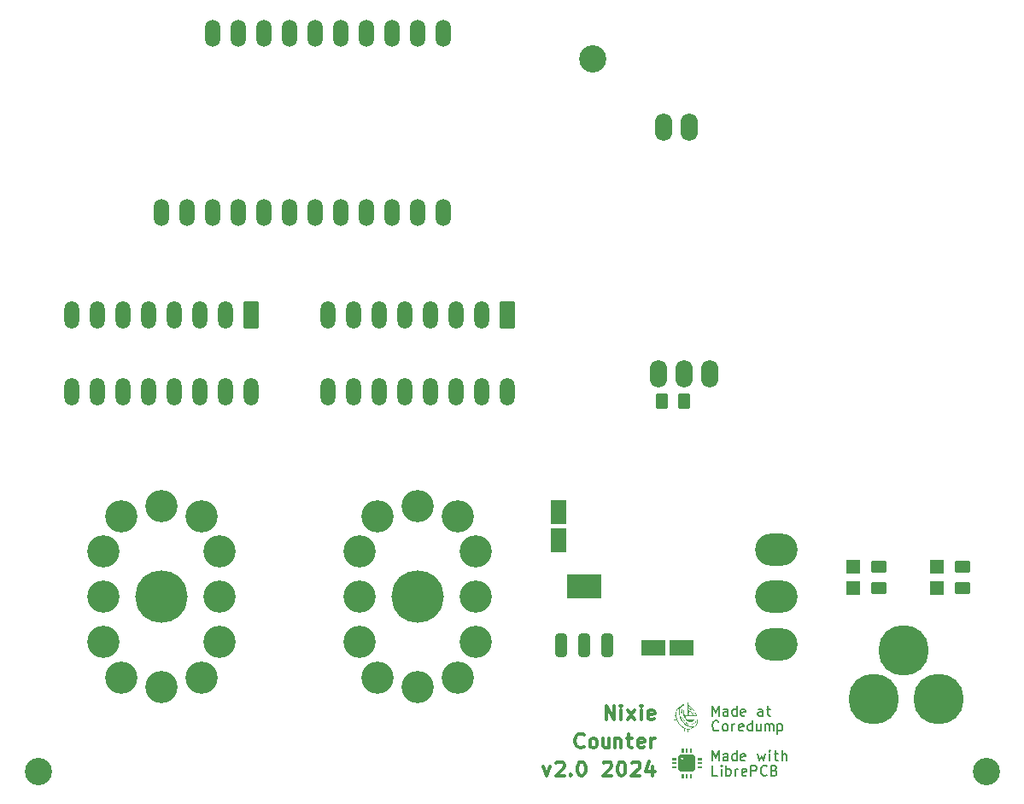
<source format=gbr>
G04 --- HEADER BEGIN --- *
G04 #@! TF.GenerationSoftware,LibrePCB,LibrePCB,1.1.0*
G04 #@! TF.CreationDate,2024-11-03T19:05:04*
G04 #@! TF.ProjectId,Nixie Counter,cfaec193-39cb-4766-881d-db9368be8cff,v2.0*
G04 #@! TF.Part,Single*
G04 #@! TF.SameCoordinates*
G04 #@! TF.FileFunction,Soldermask,Top*
G04 #@! TF.FilePolarity,Negative*
%FSLAX66Y66*%
%MOMM*%
G01*
G75*
G04 --- HEADER END --- *
G04 --- APERTURE LIST BEGIN --- *
%ADD10C,3.2*%
%ADD11C,5.2*%
%AMROUNDEDRECT12*20,1,1.15,-0.65,0.0,0.65,0.0,0.0*20,1,0.95,-0.75,0.0,0.75,0.0,0.0*1,1,0.2,-0.65,0.475*1,1,0.2,0.65,0.475*1,1,0.2,0.65,-0.475*1,1,0.2,-0.65,-0.475*%
%ADD12ROUNDEDRECT12*%
%AMROUNDEDRECT13*20,1,1.15,-0.65,0.0,0.65,0.0,90.0*20,1,0.95,-0.75,0.0,0.75,0.0,90.0*1,1,0.2,-0.475,-0.65*1,1,0.2,-0.475,0.65*1,1,0.2,0.475,0.65*1,1,0.2,0.475,-0.65*%
%ADD13ROUNDEDRECT13*%
%AMROUNDEDRECT14*20,1,2.35,-1.625,0.0,1.625,0.0,0.0*20,1,2.15,-1.725,0.0,1.725,0.0,0.0*1,1,0.2,-1.625,1.075*1,1,0.2,1.625,1.075*1,1,0.2,1.625,-1.075*1,1,0.2,-1.625,-1.075*%
%ADD14ROUNDEDRECT14*%
%AMROUNDEDRECT15*20,1,1.15,-0.8375,0.0,0.8375,0.0,90.0*20,1,0.475,-1.175,0.0,1.175,0.0,90.0*1,1,0.675,-0.2375,-0.8375*1,1,0.675,-0.2375,0.8375*1,1,0.675,0.2375,0.8375*1,1,0.675,0.2375,-0.8375*%
%ADD15ROUNDEDRECT15*%
%ADD16O,1.47X2.74*%
%AMROUNDEDRECT17*20,1,1.47,-1.27,0.0,1.27,0.0,90.0*20,1,1.27,-1.37,0.0,1.37,0.0,90.0*1,1,0.2,-0.635,-1.27*1,1,0.2,-0.635,1.27*1,1,0.2,0.635,1.27*1,1,0.2,0.635,-1.27*%
%ADD17ROUNDEDRECT17*%
%ADD18C,0.01*%
%ADD19C,0.2*%
%AMROUNDEDRECT20*20,1,1.4,-0.6,0.0,0.6,0.0,0.0*20,1,1.2,-0.7,0.0,0.7,0.0,0.0*1,1,0.2,-0.6,0.6*1,1,0.2,0.6,0.6*1,1,0.2,0.6,-0.6*1,1,0.2,-0.6,-0.6*%
%ADD20ROUNDEDRECT20*%
%ADD21O,4.2X3.2*%
%ADD22O,1.5X2.7*%
%ADD23O,1.7X2.74*%
%AMROUNDEDRECT24*20,1,1.55,-1.1,0.0,1.1,0.0,0.0*20,1,1.35,-1.2,0.0,1.2,0.0,0.0*1,1,0.2,-1.1,0.675*1,1,0.2,1.1,0.675*1,1,0.2,1.1,-0.675*1,1,0.2,-1.1,-0.675*%
%ADD24ROUNDEDRECT24*%
%AMROUNDEDRECT25*20,1,1.55,-1.1,0.0,1.1,0.0,90.0*20,1,1.35,-1.2,0.0,1.2,0.0,90.0*1,1,0.2,-0.675,-1.1*1,1,0.2,-0.675,1.1*1,1,0.2,0.675,1.1*1,1,0.2,0.675,-1.1*%
%ADD25ROUNDEDRECT25*%
%ADD26C,5.0*%
%ADD27C,0.3*%
%ADD28C,2.7*%
G04 --- APERTURE LIST END --- *
G04 --- BOARD BEGIN --- *
D10*
G04 #@! TO.C,DS1*
X19240000Y28320000D03*
X20990000Y20320000D03*
X19240000Y12320000D03*
X15240000Y29320000D03*
X20990000Y24820000D03*
X11240000Y28320000D03*
X9490000Y15820000D03*
X9490000Y20320000D03*
X11240000Y12320000D03*
X9490000Y24820000D03*
X15240000Y11320000D03*
X20990000Y15820000D03*
D11*
G04 #@! TD*
X15240000Y20320000D03*
D12*
G04 #@! TO.C,R2*
X94615000Y21150000D03*
X94615000Y23300000D03*
D13*
G04 #@! TO.C,R3*
X64886456Y39688000D03*
X67036456Y39688000D03*
D14*
G04 #@! TO.C,U2*
X57150720Y21315360D03*
D15*
X54850720Y15515360D03*
X57150720Y15515360D03*
X59450720Y15515360D03*
D16*
G04 #@! TO.C,U4*
X36830000Y48259984D03*
X49530000Y40639984D03*
X34290000Y40639984D03*
D17*
X49530000Y48259984D03*
D16*
X34290000Y48259984D03*
X44450000Y48259984D03*
X46990000Y48259984D03*
X44450000Y40639984D03*
X31750000Y48259984D03*
X41910000Y40639984D03*
X46990000Y40639984D03*
X39370000Y48259984D03*
X39370000Y40639984D03*
X41910000Y48259984D03*
X36830000Y40639984D03*
X31750000Y40639984D03*
D18*
G04 #@! TO.C,L1*
G36*
X66875000Y8395000D02*
X66865000Y8375000D01*
X66905000Y8275000D01*
X66985000Y8135000D01*
X67095000Y7985000D01*
X67215000Y7865000D01*
X67285000Y7785000D01*
X67285000Y7765000D01*
X67265000Y7765000D01*
X67235000Y7755000D01*
X67235000Y7735000D01*
X67335000Y7675000D01*
X67435000Y7635000D01*
X67475000Y7635000D01*
X67465000Y7675000D01*
X67405000Y7765000D01*
X67345000Y7835000D01*
X67305000Y7855000D01*
X67245000Y7885000D01*
X67155000Y7985000D01*
X66975000Y8245000D01*
X66875000Y8395000D01*
X66875000Y8395000D01*
G37*
G36*
X67745000Y7285000D02*
X67635000Y7235000D01*
X67495000Y7215000D01*
X67285000Y7235000D01*
X67155000Y7285000D01*
X67095000Y7315000D01*
X67005000Y7375000D01*
X66925000Y7415000D01*
X66915000Y7435000D01*
X66895000Y7445000D01*
X66825000Y7495000D01*
X66785000Y7565000D01*
X66775000Y7565000D01*
X66715000Y7605000D01*
X66695000Y7625000D01*
X66705000Y7625000D01*
X66705000Y7645000D01*
X66645000Y7715000D01*
X66555000Y7815000D01*
X66545000Y7835000D01*
X66575000Y7825000D01*
X66575000Y7835000D01*
X66535000Y7875000D01*
X66475000Y7975000D01*
X66445000Y8025000D01*
X66425000Y8065000D01*
X66405000Y8115000D01*
X66385000Y8155000D01*
X66385000Y8195000D01*
X66355000Y8245000D01*
X66305000Y8475000D01*
X66295000Y8735000D01*
X66325000Y8955000D01*
X66345000Y9005000D01*
X66375000Y9065000D01*
X66405000Y9125000D01*
X66475000Y9225000D01*
X66525000Y9275000D01*
X66565000Y9285000D01*
X66585000Y9285000D01*
X66625000Y9325000D01*
X66665000Y9345000D01*
X66645000Y9295000D01*
X66575000Y9145000D01*
X66555000Y8905000D01*
X66575000Y8635000D01*
X66585000Y8515000D01*
X66565000Y8465000D01*
X66585000Y8475000D01*
X66605000Y8485000D01*
X66615000Y8475000D01*
X66615000Y8435000D01*
X66635000Y8395000D01*
X66665000Y8335000D01*
X66705000Y8225000D01*
X66735000Y8145000D01*
X66785000Y8085000D01*
X66845000Y8005000D01*
X67055000Y7725000D01*
X67245000Y7575000D01*
X67415000Y7465000D01*
X67515000Y7425000D01*
X67635000Y7375000D01*
X67765000Y7355000D01*
X67855000Y7345000D01*
X67745000Y7285000D01*
X67785000Y7245000D01*
X67935000Y7325000D01*
X68145000Y7475000D01*
X68285000Y7625000D01*
X68365000Y7785000D01*
X68405000Y7985000D01*
X68415000Y8095000D01*
X68645000Y8135000D01*
X68635000Y8155000D01*
X68615000Y8165000D01*
X68565000Y8165000D01*
X68325000Y8145000D01*
X67345000Y8145000D01*
X67295000Y8195000D01*
X67215000Y8315000D01*
X67195000Y8385000D01*
X67205000Y8435000D01*
X67635000Y8475000D01*
X67665000Y8485000D01*
X67665000Y8495000D01*
X67675000Y8505000D01*
X67715000Y8505000D01*
X67775000Y8505000D01*
X67765000Y8535000D01*
X67615000Y8555000D01*
X67595000Y8575000D01*
X67555000Y8635000D01*
X67515000Y8695000D01*
X67515000Y8735000D01*
X67535000Y8825000D01*
X67555000Y8895000D01*
X67555000Y8945000D01*
X67575000Y8975000D01*
X67625000Y8965000D01*
X67725000Y8885000D01*
X67835000Y8745000D01*
X67865000Y8675000D01*
X67915000Y8585000D01*
X67925000Y8555000D01*
X67905000Y8545000D01*
X67765000Y8535000D01*
X67775000Y8505000D01*
X68135000Y8485000D01*
X68135000Y8515000D01*
X68005000Y8545000D01*
X67925000Y8695000D01*
X67855000Y8825000D01*
X67775000Y8915000D01*
X67665000Y9015000D01*
X67555000Y9085000D01*
X67445000Y9135000D01*
X67445000Y9305000D01*
X67445000Y9485000D01*
X67495000Y9465000D01*
X67605000Y9415000D01*
X67735000Y9325000D01*
X67985000Y9065000D01*
X68165000Y8785000D01*
X68265000Y8555000D01*
X68235000Y8525000D01*
X68135000Y8515000D01*
X68135000Y8485000D01*
X68365000Y8475000D01*
X68345000Y8515000D01*
X68255000Y8705000D01*
X68095000Y8995000D01*
X67965000Y9165000D01*
X67805000Y9325000D01*
X67635000Y9455000D01*
X67495000Y9535000D01*
X67445000Y9555000D01*
X67455000Y9705000D01*
X67435000Y9845000D01*
X67395000Y9855000D01*
X67395000Y8565000D01*
X67335000Y8535000D01*
X67235000Y8525000D01*
X67115000Y8555000D01*
X67085000Y8685000D01*
X67085000Y9015000D01*
X67085000Y9245000D01*
X67025000Y9245000D01*
X66995000Y8835000D01*
X66985000Y8725000D01*
X66995000Y8615000D01*
X67075000Y8375000D01*
X67205000Y8145000D01*
X67385000Y7975000D01*
X67545000Y7895000D01*
X67685000Y7865000D01*
X67825000Y7895000D01*
X67925000Y7965000D01*
X68055000Y8095000D01*
X68185000Y8105000D01*
X68285000Y8105000D01*
X68335000Y8085000D01*
X68355000Y8035000D01*
X68345000Y7945000D01*
X68305000Y7765000D01*
X68205000Y7605000D01*
X68065000Y7485000D01*
X67875000Y7425000D01*
X67675000Y7435000D01*
X67465000Y7505000D01*
X67265000Y7635000D01*
X67075000Y7815000D01*
X66905000Y8025000D01*
X66765000Y8275000D01*
X66665000Y8555000D01*
X66635000Y8735000D01*
X66635000Y8935000D01*
X66655000Y9125000D01*
X66705000Y9285000D01*
X66785000Y9405000D01*
X66895000Y9505000D01*
X66975000Y9555000D01*
X67015000Y9555000D01*
X67025000Y9505000D01*
X67025000Y9245000D01*
X67085000Y9245000D01*
X67075000Y9735000D01*
X67075000Y9905000D01*
X67055000Y9955000D01*
X67035000Y9785000D01*
X67025000Y9655000D01*
X66975000Y9615000D01*
X66665000Y9435000D01*
X66405000Y9245000D01*
X66325000Y9125000D01*
X66265000Y8985000D01*
X66235000Y8825000D01*
X66215000Y8645000D01*
X66215000Y8515000D01*
X66035000Y8475000D01*
X66035000Y8445000D01*
X66235000Y8445000D01*
X66295000Y8175000D01*
X66135000Y8135000D01*
X66035000Y8095000D01*
X66065000Y8085000D01*
X66125000Y8085000D01*
X66345000Y8095000D01*
X66375000Y8015000D01*
X66475000Y7835000D01*
X66625000Y7635000D01*
X66795000Y7445000D01*
X66945000Y7325000D01*
X67035000Y7265000D01*
X67025000Y6995000D01*
X67045000Y6765000D01*
X67085000Y6805000D01*
X67095000Y7005000D01*
X67105000Y7115000D01*
X67115000Y7195000D01*
X67135000Y7215000D01*
X67285000Y7175000D01*
X67405000Y7135000D01*
X67405000Y6985000D01*
X67395000Y6845000D01*
X67445000Y6865000D01*
X67445000Y7005000D01*
X67445000Y7025000D01*
X67455000Y7095000D01*
X67455000Y7045000D01*
X67445000Y7005000D01*
X67455000Y7075000D01*
X67475000Y7135000D01*
X67525000Y7145000D01*
X67695000Y7185000D01*
X67785000Y7245000D01*
X67745000Y7285000D01*
G37*
G36*
X68245000Y8045000D02*
X68055000Y7855000D01*
X68085000Y7855000D01*
X68105000Y7855000D01*
X68115000Y7845000D01*
X68065000Y7785000D01*
X67935000Y7715000D01*
X67775000Y7685000D01*
X67685000Y7665000D01*
X67715000Y7645000D01*
X67805000Y7645000D01*
X67975000Y7675000D01*
X68105000Y7765000D01*
X68185000Y7815000D01*
X68205000Y7835000D01*
X68225000Y7925000D01*
X68245000Y8045000D01*
X68245000Y8045000D01*
G37*
G36*
X66915000Y9255000D02*
X66885000Y9245000D01*
X66835000Y9145000D01*
X66805000Y9005000D01*
X66795000Y8975000D01*
X66765000Y8955000D01*
X66735000Y8935000D01*
X66735000Y8915000D01*
X66755000Y8805000D01*
X66775000Y8715000D01*
X66815000Y8705000D01*
X66845000Y8765000D01*
X66885000Y8925000D01*
X66875000Y8955000D01*
X66855000Y8965000D01*
X66845000Y9015000D01*
X66885000Y9155000D01*
X66915000Y9225000D01*
X66915000Y9255000D01*
X66915000Y9255000D01*
G37*
G36*
X67515000Y9305000D02*
X67585000Y9195000D01*
X67685000Y9095000D01*
X67695000Y9115000D01*
X67705000Y9135000D01*
X67765000Y9095000D01*
X67855000Y9005000D01*
X68005000Y8805000D01*
X68065000Y8715000D01*
X68085000Y8705000D01*
X68095000Y8725000D01*
X67995000Y8885000D01*
X67825000Y9095000D01*
X67745000Y9195000D01*
X67765000Y9215000D01*
X67645000Y9275000D01*
X67515000Y9305000D01*
X67515000Y9305000D01*
G37*
D19*
X69850000Y8495000D02*
X69850000Y9495000D01*
X70183333Y8780556D01*
X70516667Y9495000D01*
X70516667Y8495000D01*
X71393334Y8495000D02*
X71393334Y9018333D01*
X71345556Y9113889D01*
X71250000Y9161667D01*
X71060000Y9161667D01*
X70964445Y9113889D01*
X71393334Y8542778D02*
X71297778Y8495000D01*
X71060000Y8495000D01*
X70964445Y8542778D01*
X70916667Y8638333D01*
X70916667Y8732778D01*
X70964445Y8828333D01*
X71060000Y8876111D01*
X71297778Y8876111D01*
X71393334Y8923889D01*
X72270001Y8495000D02*
X72270001Y9495000D01*
X72270001Y8542778D02*
X72174445Y8495000D01*
X71983334Y8495000D01*
X71888890Y8542778D01*
X71841112Y8590556D01*
X71793334Y8685000D01*
X71793334Y8971667D01*
X71841112Y9066111D01*
X71888890Y9113889D01*
X71983334Y9161667D01*
X72174445Y9161667D01*
X72270001Y9113889D01*
X73098890Y8542778D02*
X73003334Y8495000D01*
X72813334Y8495000D01*
X72717779Y8542778D01*
X72670001Y8638333D01*
X72670001Y9018333D01*
X72717779Y9113889D01*
X72813334Y9161667D01*
X73003334Y9161667D01*
X73098890Y9113889D01*
X73146668Y9018333D01*
X73146668Y8923889D01*
X72670001Y8828333D01*
X74823334Y8495000D02*
X74823334Y9018333D01*
X74775556Y9113889D01*
X74680000Y9161667D01*
X74490000Y9161667D01*
X74394445Y9113889D01*
X74823334Y8542778D02*
X74727778Y8495000D01*
X74490000Y8495000D01*
X74394445Y8542778D01*
X74346667Y8638333D01*
X74346667Y8732778D01*
X74394445Y8828333D01*
X74490000Y8876111D01*
X74727778Y8876111D01*
X74823334Y8923889D01*
X75223334Y9161667D02*
X75604445Y9161667D01*
X75366667Y9495000D02*
X75366667Y8638333D01*
X75413334Y8542778D01*
X75508890Y8495000D01*
X75604445Y8495000D01*
X70468889Y7110556D02*
X70421111Y7062778D01*
X70278889Y7015000D01*
X70183333Y7015000D01*
X70040000Y7062778D01*
X69945556Y7158333D01*
X69897778Y7252778D01*
X69850000Y7443889D01*
X69850000Y7586111D01*
X69897778Y7777222D01*
X69945556Y7871667D01*
X70040000Y7967222D01*
X70183333Y8015000D01*
X70278889Y8015000D01*
X70421111Y7967222D01*
X70468889Y7919444D01*
X71058889Y7015000D02*
X70964445Y7062778D01*
X70916667Y7110556D01*
X70868889Y7205000D01*
X70868889Y7491667D01*
X70916667Y7586111D01*
X70964445Y7633889D01*
X71058889Y7681667D01*
X71202222Y7681667D01*
X71297778Y7633889D01*
X71345556Y7586111D01*
X71392222Y7491667D01*
X71392222Y7205000D01*
X71345556Y7110556D01*
X71297778Y7062778D01*
X71202222Y7015000D01*
X71058889Y7015000D01*
X71792222Y7015000D02*
X71792222Y7681667D01*
X71792222Y7491667D02*
X71840000Y7586111D01*
X71887778Y7633889D01*
X71982222Y7681667D01*
X72077778Y7681667D01*
X72906667Y7062778D02*
X72811111Y7015000D01*
X72621111Y7015000D01*
X72525556Y7062778D01*
X72477778Y7158333D01*
X72477778Y7538333D01*
X72525556Y7633889D01*
X72621111Y7681667D01*
X72811111Y7681667D01*
X72906667Y7633889D01*
X72954445Y7538333D01*
X72954445Y7443889D01*
X72477778Y7348333D01*
X73831112Y7015000D02*
X73831112Y8015000D01*
X73831112Y7062778D02*
X73735556Y7015000D01*
X73544445Y7015000D01*
X73450001Y7062778D01*
X73402223Y7110556D01*
X73354445Y7205000D01*
X73354445Y7491667D01*
X73402223Y7586111D01*
X73450001Y7633889D01*
X73544445Y7681667D01*
X73735556Y7681667D01*
X73831112Y7633889D01*
X74660001Y7681667D02*
X74660001Y7015000D01*
X74231112Y7681667D02*
X74231112Y7158333D01*
X74278890Y7062778D01*
X74374445Y7015000D01*
X74516668Y7015000D01*
X74612223Y7062778D01*
X74660001Y7110556D01*
X75060001Y7015000D02*
X75060001Y7681667D01*
X75060001Y7586111D02*
X75107779Y7633889D01*
X75203334Y7681667D01*
X75345557Y7681667D01*
X75441112Y7633889D01*
X75488890Y7538333D01*
X75488890Y7015000D01*
X75488890Y7538333D02*
X75536668Y7633889D01*
X75631112Y7681667D01*
X75774445Y7681667D01*
X75870001Y7633889D01*
X75916668Y7538333D01*
X75916668Y7015000D01*
X76316668Y7681667D02*
X76316668Y6681667D01*
X76316668Y7633889D02*
X76412224Y7681667D01*
X76602224Y7681667D01*
X76697779Y7633889D01*
X76745557Y7586111D01*
X76793335Y7491667D01*
X76793335Y7205000D01*
X76745557Y7110556D01*
X76697779Y7062778D01*
X76602224Y7015000D01*
X76412224Y7015000D01*
X76316668Y7062778D01*
D20*
G04 #@! TO.C,LED2*
X92075000Y23275000D03*
X92075000Y21175000D03*
D12*
G04 #@! TO.C,R1*
X86360000Y21150000D03*
X86360000Y23300000D03*
D10*
G04 #@! TO.C,DS2*
X44640000Y28320000D03*
X46390000Y20320000D03*
X44640000Y12320000D03*
X40640000Y29320000D03*
X46390000Y24820000D03*
X36640000Y28320000D03*
X34890000Y15820000D03*
X34890000Y20320000D03*
X36640000Y12320000D03*
X34890000Y24820000D03*
X40640000Y11320000D03*
X46390000Y15820000D03*
D11*
G04 #@! TD*
X40640000Y20320000D03*
D16*
G04 #@! TO.C,U3*
X11430000Y48259984D03*
X24130000Y40639984D03*
X8890000Y40639984D03*
D17*
X24130000Y48259984D03*
D16*
X8890000Y48259984D03*
X19050000Y48259984D03*
X21590000Y48259984D03*
X19050000Y40639984D03*
X6350000Y48259984D03*
X16510000Y40639984D03*
X21590000Y40639984D03*
X13970000Y48259984D03*
X13970000Y40639984D03*
X16510000Y48259984D03*
X11430000Y40639984D03*
X6350000Y40639984D03*
D18*
G04 #@! TO.C,LOGO1*
G36*
X68370000Y3510000D02*
X68790000Y3510000D01*
X68790000Y3310000D01*
X68370000Y3310000D01*
X68370000Y3510000D01*
G37*
G36*
X67210000Y4870000D02*
X67410000Y4870000D01*
X67410000Y5290000D01*
X67210000Y5290000D01*
X67210000Y4870000D01*
G37*
G36*
X66810000Y4870000D02*
X67010000Y4870000D01*
X67010000Y5290000D01*
X66810000Y5290000D01*
X66810000Y4870000D01*
G37*
G36*
X66250000Y4310000D02*
X65830000Y4310000D01*
X65830000Y4110000D01*
X66250000Y4110000D01*
X66250000Y4310000D01*
G37*
G36*
X67210000Y2750000D02*
X67410000Y2750000D01*
X67410000Y2330000D01*
X67210000Y2330000D01*
X67210000Y2750000D01*
G37*
G36*
X66675000Y4657000D02*
X67945000Y4657000D01*
G02*
X68157000Y4445000I0J-212000D01*
G01*
X68157000Y3175000D01*
G02*
X67945000Y2963000I-212000J0D01*
G01*
X66675000Y2963000D01*
G02*
X66463000Y3175000I0J212000D01*
G01*
X66463000Y4275000D01*
X66678000Y4275000D01*
G03*
X66845000Y4108000I167000J0D01*
G01*
G03*
X67012000Y4275000I0J167000D01*
G01*
G03*
X66845000Y4442000I-167000J0D01*
G01*
G03*
X66678000Y4275000I0J-167000D01*
G01*
X66463000Y4275000D01*
X66463000Y4445000D01*
G02*
X66675000Y4657000I212000J0D01*
G01*
G37*
G36*
X68370000Y4310000D02*
X68790000Y4310000D01*
X68790000Y4110000D01*
X68370000Y4110000D01*
X68370000Y4310000D01*
G37*
G36*
X67610000Y4870000D02*
X67810000Y4870000D01*
X67810000Y5290000D01*
X67610000Y5290000D01*
X67610000Y4870000D01*
G37*
G36*
X66250000Y3910000D02*
X65830000Y3910000D01*
X65830000Y3710000D01*
X66250000Y3710000D01*
X66250000Y3910000D01*
G37*
G36*
X66810000Y2750000D02*
X67010000Y2750000D01*
X67010000Y2330000D01*
X66810000Y2330000D01*
X66810000Y2750000D01*
G37*
G36*
X66250000Y3510000D02*
X65830000Y3510000D01*
X65830000Y3310000D01*
X66250000Y3310000D01*
X66250000Y3510000D01*
G37*
G36*
X67610000Y2750000D02*
X67810000Y2750000D01*
X67810000Y2330000D01*
X67610000Y2330000D01*
X67610000Y2750000D01*
G37*
G36*
X68370000Y3910000D02*
X68790000Y3910000D01*
X68790000Y3710000D01*
X68370000Y3710000D01*
X68370000Y3910000D01*
G37*
D19*
X69850000Y4050000D02*
X69850000Y5050000D01*
X70183333Y4335556D01*
X70516667Y5050000D01*
X70516667Y4050000D01*
X71393334Y4050000D02*
X71393334Y4573333D01*
X71345556Y4668889D01*
X71250000Y4716667D01*
X71060000Y4716667D01*
X70964445Y4668889D01*
X71393334Y4097778D02*
X71297778Y4050000D01*
X71060000Y4050000D01*
X70964445Y4097778D01*
X70916667Y4193333D01*
X70916667Y4287778D01*
X70964445Y4383333D01*
X71060000Y4431111D01*
X71297778Y4431111D01*
X71393334Y4478889D01*
X72270001Y4050000D02*
X72270001Y5050000D01*
X72270001Y4097778D02*
X72174445Y4050000D01*
X71983334Y4050000D01*
X71888890Y4097778D01*
X71841112Y4145556D01*
X71793334Y4240000D01*
X71793334Y4526667D01*
X71841112Y4621111D01*
X71888890Y4668889D01*
X71983334Y4716667D01*
X72174445Y4716667D01*
X72270001Y4668889D01*
X73098890Y4097778D02*
X73003334Y4050000D01*
X72813334Y4050000D01*
X72717779Y4097778D01*
X72670001Y4193333D01*
X72670001Y4573333D01*
X72717779Y4668889D01*
X72813334Y4716667D01*
X73003334Y4716667D01*
X73098890Y4668889D01*
X73146668Y4573333D01*
X73146668Y4478889D01*
X72670001Y4383333D01*
X74346667Y4716667D02*
X74536667Y4050000D01*
X74727778Y4526667D01*
X74917778Y4050000D01*
X75108889Y4716667D01*
X75556667Y4050000D02*
X75556667Y4716667D01*
X75556667Y5050000D02*
X75508889Y5002222D01*
X75556667Y4954444D01*
X75604445Y5002222D01*
X75556667Y5050000D01*
X75556667Y4954444D01*
X76004445Y4716667D02*
X76385556Y4716667D01*
X76147778Y5050000D02*
X76147778Y4193333D01*
X76194445Y4097778D01*
X76290001Y4050000D01*
X76385556Y4050000D01*
X76785556Y4050000D02*
X76785556Y5050000D01*
X77214445Y4050000D02*
X77214445Y4573333D01*
X77166667Y4668889D01*
X77071112Y4716667D01*
X76928889Y4716667D01*
X76833334Y4668889D01*
X76785556Y4621111D01*
X70326667Y2570000D02*
X69850000Y2570000D01*
X69850000Y3570000D01*
X70774445Y2570000D02*
X70774445Y3236667D01*
X70774445Y3570000D02*
X70726667Y3522222D01*
X70774445Y3474444D01*
X70822223Y3522222D01*
X70774445Y3570000D01*
X70774445Y3474444D01*
X71222223Y2570000D02*
X71222223Y3570000D01*
X71222223Y3188889D02*
X71317779Y3236667D01*
X71507779Y3236667D01*
X71603334Y3188889D01*
X71651112Y3141111D01*
X71698890Y3046667D01*
X71698890Y2760000D01*
X71651112Y2665556D01*
X71603334Y2617778D01*
X71507779Y2570000D01*
X71317779Y2570000D01*
X71222223Y2617778D01*
X72098890Y2570000D02*
X72098890Y3236667D01*
X72098890Y3046667D02*
X72146668Y3141111D01*
X72194446Y3188889D01*
X72288890Y3236667D01*
X72384446Y3236667D01*
X73213335Y2617778D02*
X73117779Y2570000D01*
X72927779Y2570000D01*
X72832224Y2617778D01*
X72784446Y2713333D01*
X72784446Y3093333D01*
X72832224Y3188889D01*
X72927779Y3236667D01*
X73117779Y3236667D01*
X73213335Y3188889D01*
X73261113Y3093333D01*
X73261113Y2998889D01*
X72784446Y2903333D01*
X73661113Y2570000D02*
X73661113Y3570000D01*
X74042224Y3570000D01*
X74137780Y3522222D01*
X74184446Y3474444D01*
X74232224Y3380000D01*
X74232224Y3236667D01*
X74184446Y3141111D01*
X74137780Y3093333D01*
X74042224Y3046667D01*
X73661113Y3046667D01*
X75251113Y2665556D02*
X75203335Y2617778D01*
X75061113Y2570000D01*
X74965557Y2570000D01*
X74822224Y2617778D01*
X74727780Y2713333D01*
X74680002Y2807778D01*
X74632224Y2998889D01*
X74632224Y3141111D01*
X74680002Y3332222D01*
X74727780Y3426667D01*
X74822224Y3522222D01*
X74965557Y3570000D01*
X75061113Y3570000D01*
X75203335Y3522222D01*
X75251113Y3474444D01*
X75984446Y3093333D02*
X76127780Y3046667D01*
X76174446Y2998889D01*
X76222224Y2903333D01*
X76222224Y2760000D01*
X76174446Y2665556D01*
X76127780Y2617778D01*
X76032224Y2570000D01*
X75651113Y2570000D01*
X75651113Y3570000D01*
X75984446Y3570000D01*
X76080002Y3522222D01*
X76127780Y3474444D01*
X76174446Y3380000D01*
X76174446Y3284444D01*
X76127780Y3188889D01*
X76080002Y3141111D01*
X75984446Y3093333D01*
X75651113Y3093333D01*
D21*
G04 #@! TO.C,S1*
X76199936Y15620000D03*
X76199936Y25020000D03*
X76199936Y20320000D03*
D22*
G04 #@! TO.C,U5*
X35560000Y58460000D03*
X20320000Y76240000D03*
X43180000Y76240000D03*
X38100000Y58460000D03*
X30480000Y76240000D03*
X40640000Y58460000D03*
X30480000Y58460000D03*
X43180000Y58460000D03*
X35560000Y76240000D03*
X33020000Y76240000D03*
X25400000Y58460000D03*
X27940000Y58460000D03*
X38100000Y76240000D03*
X22860000Y58460000D03*
X22860000Y76240000D03*
X40640000Y76240000D03*
X25400000Y76240000D03*
X33020000Y58460000D03*
X20320000Y58460000D03*
X17780000Y58460000D03*
X27940000Y76240000D03*
X15240000Y58460000D03*
D23*
G04 #@! TO.C,U1*
X67030992Y42428192D03*
X69570992Y42428192D03*
X65040992Y66928192D03*
X67580992Y66928192D03*
X64490992Y42428192D03*
D20*
G04 #@! TO.C,LED1*
X83820000Y23275000D03*
X83820000Y21175000D03*
D24*
G04 #@! TO.C,C4*
X63995000Y15240000D03*
X66815000Y15240000D03*
D25*
G04 #@! TO.C,C2*
X54610688Y25895448D03*
X54610688Y28715448D03*
D26*
G04 #@! TO.C,J1*
X92311168Y10160064D03*
X88811168Y14960064D03*
X85811168Y10160064D03*
D27*
G04 #@! TD*
X59347888Y8117774D02*
X59347888Y9517774D01*
X60147444Y8117774D01*
X60147444Y9517774D01*
X60794333Y8117774D02*
X60794333Y9051107D01*
X60794333Y9517774D02*
X60727444Y9450885D01*
X60794333Y9383996D01*
X60861222Y9450885D01*
X60794333Y9517774D01*
X60794333Y9383996D01*
X61441222Y8117774D02*
X62173889Y9051107D01*
X61441222Y9051107D02*
X62173889Y8117774D01*
X62820778Y8117774D02*
X62820778Y9051107D01*
X62820778Y9517774D02*
X62753889Y9450885D01*
X62820778Y9383996D01*
X62887667Y9450885D01*
X62820778Y9517774D01*
X62820778Y9383996D01*
X64068111Y8184663D02*
X63934334Y8117774D01*
X63668334Y8117774D01*
X63534556Y8184663D01*
X63467667Y8318441D01*
X63467667Y8850441D01*
X63534556Y8984218D01*
X63668334Y9051107D01*
X63934334Y9051107D01*
X64068111Y8984218D01*
X64135000Y8850441D01*
X64135000Y8718218D01*
X63467667Y8584441D01*
X57120778Y5462665D02*
X57053890Y5395776D01*
X56854778Y5328887D01*
X56721001Y5328887D01*
X56520334Y5395776D01*
X56388112Y5529554D01*
X56321223Y5661776D01*
X56254334Y5929331D01*
X56254334Y6128443D01*
X56321223Y6395998D01*
X56388112Y6528220D01*
X56520334Y6661998D01*
X56721001Y6728887D01*
X56854778Y6728887D01*
X57053890Y6661998D01*
X57120778Y6595109D01*
X57966778Y5328887D02*
X57834556Y5395776D01*
X57767667Y5462665D01*
X57700778Y5594887D01*
X57700778Y5996220D01*
X57767667Y6128443D01*
X57834556Y6195331D01*
X57966778Y6262220D01*
X58167445Y6262220D01*
X58301222Y6195331D01*
X58368111Y6128443D01*
X58433445Y5996220D01*
X58433445Y5594887D01*
X58368111Y5462665D01*
X58301222Y5395776D01*
X58167445Y5328887D01*
X57966778Y5328887D01*
X59613889Y6262220D02*
X59613889Y5328887D01*
X59013445Y6262220D02*
X59013445Y5529554D01*
X59080334Y5395776D01*
X59214112Y5328887D01*
X59413223Y5328887D01*
X59547001Y5395776D01*
X59613889Y5462665D01*
X60193889Y6262220D02*
X60193889Y5328887D01*
X60193889Y6128443D02*
X60260778Y6195331D01*
X60394556Y6262220D01*
X60593667Y6262220D01*
X60727445Y6195331D01*
X60794333Y6061554D01*
X60794333Y5328887D01*
X61374333Y6262220D02*
X61907889Y6262220D01*
X61575000Y6728887D02*
X61575000Y5529554D01*
X61640333Y5395776D01*
X61774111Y5328887D01*
X61907889Y5328887D01*
X63088333Y5395776D02*
X62954556Y5328887D01*
X62688556Y5328887D01*
X62554778Y5395776D01*
X62487889Y5529554D01*
X62487889Y6061554D01*
X62554778Y6195331D01*
X62688556Y6262220D01*
X62954556Y6262220D01*
X63088333Y6195331D01*
X63155222Y6061554D01*
X63155222Y5929331D01*
X62487889Y5795554D01*
X63735222Y5328887D02*
X63735222Y6262220D01*
X63735222Y5996220D02*
X63802111Y6128443D01*
X63869000Y6195331D01*
X64001222Y6262220D01*
X64135000Y6262220D01*
X53069002Y3473333D02*
X53401891Y2540000D01*
X53736335Y3473333D01*
X54383224Y3806222D02*
X54450113Y3873111D01*
X54582335Y3940000D01*
X54916779Y3940000D01*
X55049002Y3873111D01*
X55115891Y3806222D01*
X55182779Y3674000D01*
X55182779Y3540222D01*
X55115891Y3339556D01*
X54316335Y2540000D01*
X55182779Y2540000D01*
X55829668Y2673778D02*
X55896557Y2606889D01*
X55829668Y2540000D01*
X55762779Y2606889D01*
X55829668Y2673778D01*
X55829668Y2540000D01*
X56809446Y3940000D02*
X56943224Y3940000D01*
X57077001Y3873111D01*
X57143890Y3806222D01*
X57209224Y3674000D01*
X57276113Y3406444D01*
X57276113Y3073556D01*
X57209224Y2806000D01*
X57143890Y2673778D01*
X57077001Y2606889D01*
X56943224Y2540000D01*
X56809446Y2540000D01*
X56677224Y2606889D01*
X56610335Y2673778D01*
X56543446Y2806000D01*
X56476557Y3073556D01*
X56476557Y3406444D01*
X56543446Y3674000D01*
X56610335Y3806222D01*
X56677224Y3873111D01*
X56809446Y3940000D01*
X59063001Y3806222D02*
X59129890Y3873111D01*
X59262112Y3940000D01*
X59596556Y3940000D01*
X59728779Y3873111D01*
X59795668Y3806222D01*
X59862556Y3674000D01*
X59862556Y3540222D01*
X59795668Y3339556D01*
X58996112Y2540000D01*
X59862556Y2540000D01*
X60775445Y3940000D02*
X60909223Y3940000D01*
X61043000Y3873111D01*
X61109889Y3806222D01*
X61175223Y3674000D01*
X61242112Y3406444D01*
X61242112Y3073556D01*
X61175223Y2806000D01*
X61109889Y2673778D01*
X61043000Y2606889D01*
X60909223Y2540000D01*
X60775445Y2540000D01*
X60643223Y2606889D01*
X60576334Y2673778D01*
X60509445Y2806000D01*
X60442556Y3073556D01*
X60442556Y3406444D01*
X60509445Y3674000D01*
X60576334Y3806222D01*
X60643223Y3873111D01*
X60775445Y3940000D01*
X61889001Y3806222D02*
X61955890Y3873111D01*
X62088112Y3940000D01*
X62422556Y3940000D01*
X62554779Y3873111D01*
X62621668Y3806222D01*
X62688556Y3674000D01*
X62688556Y3540222D01*
X62621668Y3339556D01*
X61822112Y2540000D01*
X62688556Y2540000D01*
X63935889Y3473333D02*
X63935889Y2540000D01*
X63601445Y4006889D02*
X63268556Y3006667D01*
X64135000Y3006667D01*
D28*
X97000000Y3000000D03*
X3000000Y3000000D03*
X58000000Y73660000D03*
G04 --- BOARD END --- *
G04 #@! TF.MD5,8f1bb605347a8d111b460b2bab33dce0*
M02*

</source>
